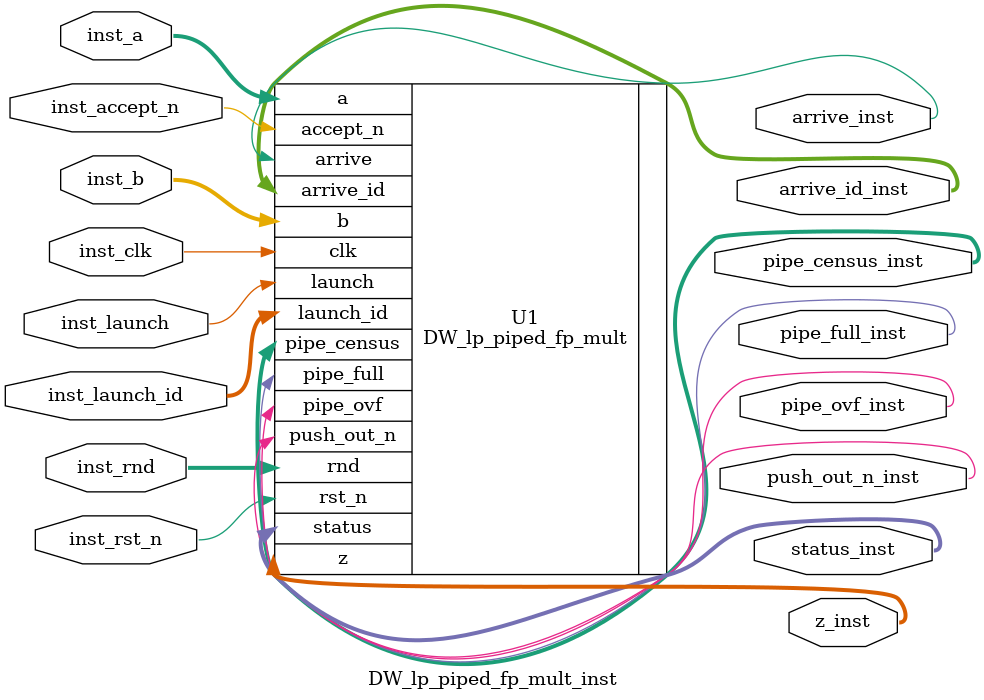
<source format=v>
module DW_lp_piped_fp_mult_inst( inst_clk, inst_rst_n, inst_a, inst_b, inst_rnd, 
		z_inst, status_inst, inst_launch, inst_launch_id, pipe_full_inst, 
		pipe_ovf_inst, inst_accept_n, arrive_inst, arrive_id_inst, push_out_n_inst, 
		pipe_census_inst );

parameter sig_width = 23;
parameter exp_width = 8;
parameter ieee_compliance = 0;
parameter op_iso_mode = 0;
parameter id_width = 8;
parameter in_reg = 0;
parameter stages = 4;
parameter out_reg = 0;
parameter no_pm = 1;
parameter rst_mode = 0;

`define t1 ((((1>in_reg+(stages-1)+out_reg)?1:in_reg+(stages-1)+out_reg))+1)
`define bit_width_MX_1__in_reg_P_stages_M_1_P_out_reg_P_1 ((`t1>4096)? ((`t1>262144)? ((`t1>2097152)? ((`t1>8388608)? 24 : ((`t1> 4194304)? 23 : 22)) : ((`t1>1048576)? 21 : ((`t1>524288)? 20 : 19))) : ((`t1>32768)? ((`t1>131072)?  18 : ((`t1>65536)? 17 : 16)) : ((`t1>16384)? 15 : ((`t1>8192)? 14 : 13)))) : ((`t1>64)? ((`t1>512)?  ((`t1>2048)? 12 : ((`t1>1024)? 11 : 10)) : ((`t1>256)? 9 : ((`t1>128)? 8 : 7))) : ((`t1>8)? ((`t1> 32)? 6 : ((`t1>16)? 5 : 4)) : ((`t1>4)? 3 : ((`t1>2)? 2 : 1)))))

input inst_clk;
input inst_rst_n;
input [sig_width+exp_width : 0] inst_a;
input [sig_width+exp_width : 0] inst_b;
input [2 : 0] inst_rnd;
output [sig_width+exp_width : 0] z_inst;
output [7 : 0] status_inst;
input inst_launch;
input [id_width-1 : 0] inst_launch_id;
output pipe_full_inst;
output pipe_ovf_inst;
input inst_accept_n;
output arrive_inst;
output [id_width-1 : 0] arrive_id_inst;
output push_out_n_inst;
output [(`bit_width_MX_1__in_reg_P_stages_M_1_P_out_reg_P_1)-1 : 0] pipe_census_inst;

    // Instance of DW_lp_piped_fp_mult
    DW_lp_piped_fp_mult #(sig_width, exp_width, ieee_compliance, op_iso_mode, id_width, in_reg, stages, out_reg, no_pm, rst_mode)
	  U1 ( .clk(inst_clk), .rst_n(inst_rst_n), .a(inst_a), .b(inst_b), .rnd(inst_rnd), .z(z_inst), .status(status_inst), .launch(inst_launch), .launch_id(inst_launch_id), .pipe_full(pipe_full_inst), .pipe_ovf(pipe_ovf_inst), .accept_n(inst_accept_n), .arrive(arrive_inst), .arrive_id(arrive_id_inst), .push_out_n(push_out_n_inst), .pipe_census(pipe_census_inst) );

endmodule

</source>
